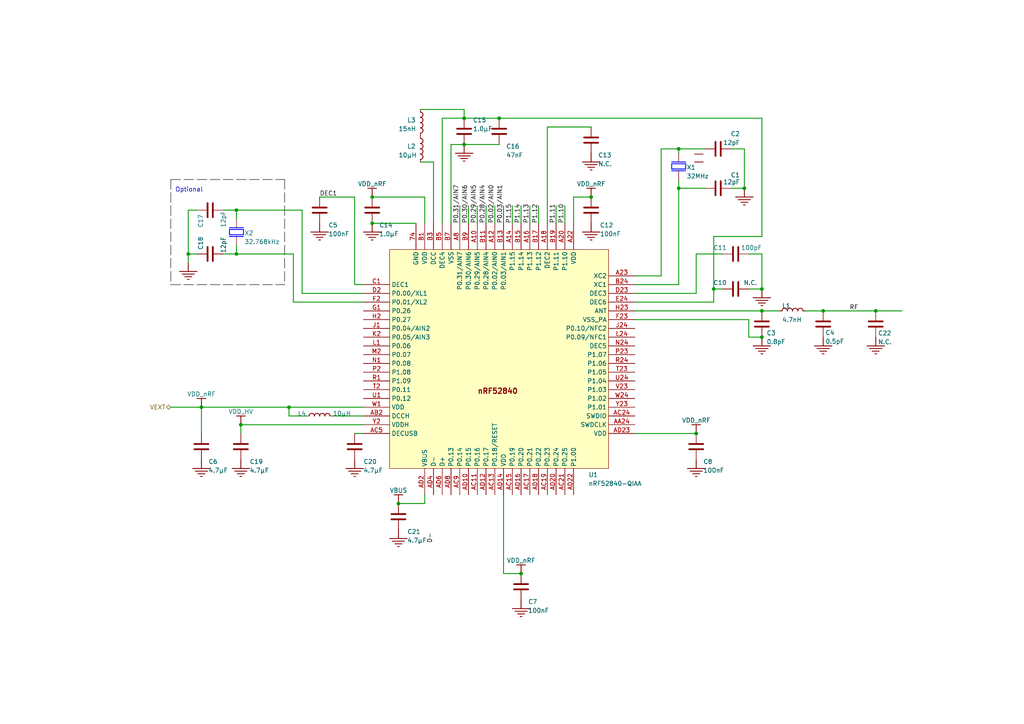
<source format=kicad_sch>
(kicad_sch (version 20230121) (generator eeschema)
  (paper "A4")
  (title_block (rev "1.3"))
  (lib_symbols
    (symbol "Device:C" (pin_numbers hide) (pin_names (offset 0.254))
      (property "Reference" "C" (at 0.635 2.54 0))
      (property "Value" "C" (at 0.635 -2.54 0))
      (symbol "C_0_1"
        (polyline (pts (xy -2.032 -0.762) (xy 2.032 -0.762)) (stroke (width 0.508)))
        (polyline (pts (xy -2.032 0.762) (xy 2.032 0.762)) (stroke (width 0.508)))
      )
      (symbol "C_1_1"
        (pin passive line (at 0 3.81 270) (length 2.794) (name "~") (number "1"))
        (pin passive line (at 0 -3.81 90) (length 2.794) (name "~") (number "2"))
      )
    )
    (symbol "nrf52840_qiaa_config4-altium-import:GND" (power)
      (property "Reference" "#PWR" (at 0 0 0))
      (property "Value" "GND" (at 0 6.35 0))
      (symbol "GND_0_0"
        (polyline (pts (xy -2.54 -2.54) (xy 2.54 -2.54)) (stroke (width 0.254)))
        (polyline (pts (xy -1.778 -3.302) (xy 1.778 -3.302)) (stroke (width 0.254)))
        (polyline (pts (xy -1.016 -4.064) (xy 1.016 -4.064)) (stroke (width 0.254)))
        (polyline (pts (xy -0.254 -4.826) (xy 0.254 -4.826)) (stroke (width 0.254)))
        (polyline (pts (xy 0 0) (xy 0 -2.54)) (stroke (width 0.254)))
        (pin power_in line (at 0 0 0) (length 0) hide (name "GND") (number ""))
      )
    )
    (symbol "nrf52840_qiaa_config4-altium-import:VBUS" (power)
      (property "Reference" "#PWR" (at 0 0 0))
      (property "Value" "VBUS" (at 0 3.81 0))
      (symbol "VBUS_0_0"
        (polyline (pts (xy -1.27 -2.54) (xy 1.27 -2.54)) (stroke (width 0.254)))
        (polyline (pts (xy 0 0) (xy 0 -2.54)) (stroke (width 0.254)))
        (pin power_in line (at 0 0 0) (length 0) hide (name "VBUS") (number ""))
      )
    )
    (symbol "nrf52840_qiaa_config4-altium-import:VDD_HV" (power)
      (property "Reference" "#PWR" (at 0 0 0))
      (property "Value" "VDD_HV" (at 0 3.81 0))
      (symbol "VDD_HV_0_0"
        (polyline (pts (xy -1.27 -2.54) (xy 1.27 -2.54)) (stroke (width 0.254)))
        (polyline (pts (xy 0 0) (xy 0 -2.54)) (stroke (width 0.254)))
        (pin power_in line (at 0 0 0) (length 0) hide (name "VDD_HV") (number ""))
      )
    )
    (symbol "nrf52840_qiaa_config4-altium-import:VDD_nRF" (power)
      (property "Reference" "#PWR" (at 0 0 0))
      (property "Value" "VDD_nRF" (at 0 3.81 0))
      (symbol "VDD_nRF_0_0"
        (polyline (pts (xy -1.27 -2.54) (xy 1.27 -2.54)) (stroke (width 0.254)))
        (polyline (pts (xy 0 0) (xy 0 -2.54)) (stroke (width 0.254)))
        (pin power_in line (at 0 0 0) (length 0) hide (name "VDD_nRF") (number ""))
      )
    )
    (symbol "nrf52840_qiaa_config4-altium-import:root_0_IND"
      (symbol "root_0_IND_1_0"
        (arc (start 2.286 0) (mid 1.524 0.7587) (end 0.762 0) (stroke (width 0.254)))
        (arc (start 3.81 0) (mid 3.048 0.7587) (end 2.286 0) (stroke (width 0.254)))
        (arc (start 5.334 0) (mid 4.572 0.7587) (end 3.81 0) (stroke (width 0.254)))
        (arc (start 6.858 0) (mid 6.096 0.7587) (end 5.334 0) (stroke (width 0.254)))
        (pin passive line (at 0 0 0) (length 0.762) (name "1") (number "1"))
        (pin passive line (at 7.62 0 180) (length 0.762) (name "2") (number "2"))
      )
    )
    (symbol "nrf52840_qiaa_config4-altium-import:root_0_nRF52840_QIAA"
      (symbol "root_0_nRF52840_QIAA_1_0"
        (rectangle (start 63.5 63.5) (end 0 0) (fill (type background)))
        (text "nRF52840" (at 25.4 21.59 0) (effects (font (size 1.524 1.524) bold) (justify left bottom)))
        (pin power_in line (at 7.62 71.12 270) (length 7.62) (name "GND") (number "74"))
        (pin bidirectional line (at 25.4 71.12 270) (length 7.62) (name "P0.29/AIN5") (number "A10"))
        (pin bidirectional line (at 30.48 71.12 270) (length 7.62) (name "P0.02/AIN0") (number "A12"))
        (pin bidirectional line (at 35.56 71.12 270) (length 7.62) (name "P1.15") (number "A14"))
        (pin bidirectional line (at 40.64 71.12 270) (length 7.62) (name "P1.13") (number "A16"))
        (pin power_in line (at 45.72 71.12 270) (length 7.62) (name "DEC2") (number "A18"))
        (pin bidirectional line (at 50.8 71.12 270) (length 7.62) (name "P1.10") (number "A20"))
        (pin power_in line (at 53.34 71.12 270) (length 7.62) (name "VDD") (number "A22"))
        (pin output line (at 71.12 55.88 180) (length 7.62) (name "XC2") (number "A23"))
        (pin bidirectional line (at 20.32 71.12 270) (length 7.62) (name "P0.31/AIN7") (number "A8"))
        (pin input line (at 71.12 12.7 180) (length 7.62) (name "SWDCLK") (number "AA24"))
        (pin power_in line (at -7.62 15.24 0) (length 7.62) (name "DCCH") (number "AB2"))
        (pin bidirectional line (at 25.4 -7.62 90) (length 7.62) (name "P0.16") (number "AC11"))
        (pin bidirectional line (at 30.48 -7.62 90) (length 7.62) (name "P0.18/RESET") (number "AC13"))
        (pin bidirectional line (at 35.56 -7.62 90) (length 7.62) (name "P0.19") (number "AC15"))
        (pin bidirectional line (at 40.64 -7.62 90) (length 7.62) (name "P0.21") (number "AC17"))
        (pin bidirectional line (at 45.72 -7.62 90) (length 7.62) (name "P0.23") (number "AC19"))
        (pin bidirectional line (at 50.8 -7.62 90) (length 7.62) (name "P0.25") (number "AC21"))
        (pin bidirectional line (at 71.12 15.24 180) (length 7.62) (name "SWDIO") (number "AC24"))
        (pin power_in line (at -7.62 10.16 0) (length 7.62) (name "DECUSB") (number "AC5"))
        (pin bidirectional line (at 20.32 -7.62 90) (length 7.62) (name "P0.14") (number "AC9"))
        (pin bidirectional line (at 22.86 -7.62 90) (length 7.62) (name "P0.15") (number "AD10"))
        (pin bidirectional line (at 27.94 -7.62 90) (length 7.62) (name "P0.17") (number "AD12"))
        (pin power_in line (at 33.02 -7.62 90) (length 7.62) (name "VDD") (number "AD14"))
        (pin bidirectional line (at 38.1 -7.62 90) (length 7.62) (name "P0.20") (number "AD16"))
        (pin bidirectional line (at 43.18 -7.62 90) (length 7.62) (name "P0.22") (number "AD18"))
        (pin power_in line (at 10.16 -7.62 90) (length 7.62) (name "VBUS") (number "AD2"))
        (pin bidirectional line (at 48.26 -7.62 90) (length 7.62) (name "P0.24") (number "AD20"))
        (pin bidirectional line (at 53.34 -7.62 90) (length 7.62) (name "P1.00") (number "AD22"))
        (pin power_in line (at 71.12 10.16 180) (length 7.62) (name "VDD") (number "AD23"))
        (pin bidirectional line (at 12.7 -7.62 90) (length 7.62) (name "D-") (number "AD4"))
        (pin bidirectional line (at 15.24 -7.62 90) (length 7.62) (name "D+") (number "AD6"))
        (pin bidirectional line (at 17.78 -7.62 90) (length 7.62) (name "P0.13") (number "AD8"))
        (pin power_in line (at 10.16 71.12 270) (length 7.62) (name "VDD") (number "B1"))
        (pin bidirectional line (at 27.94 71.12 270) (length 7.62) (name "P0.28/AIN4") (number "B11"))
        (pin bidirectional line (at 33.02 71.12 270) (length 7.62) (name "P0.03/AIN1") (number "B13"))
        (pin bidirectional line (at 38.1 71.12 270) (length 7.62) (name "P1.14") (number "B15"))
        (pin bidirectional line (at 43.18 71.12 270) (length 7.62) (name "P1.12") (number "B17"))
        (pin bidirectional line (at 48.26 71.12 270) (length 7.62) (name "P1.11") (number "B19"))
        (pin input line (at 71.12 53.34 180) (length 7.62) (name "XC1") (number "B24"))
        (pin output line (at 12.7 71.12 270) (length 7.62) (name "DCC") (number "B3"))
        (pin power_in line (at 15.24 71.12 270) (length 7.62) (name "DEC4") (number "B5"))
        (pin power_in line (at 17.78 71.12 270) (length 7.62) (name "VSS") (number "B7"))
        (pin bidirectional line (at 22.86 71.12 270) (length 7.62) (name "P0.30/AIN6") (number "B9"))
        (pin power_in line (at -7.62 53.34 0) (length 7.62) (name "DEC1") (number "C1"))
        (pin bidirectional line (at -7.62 50.8 0) (length 7.62) (name "P0.00/XL1") (number "D2"))
        (pin power_in line (at 71.12 50.8 180) (length 7.62) (name "DEC3") (number "D23"))
        (pin power_in line (at 71.12 48.26 180) (length 7.62) (name "DEC6") (number "E24"))
        (pin bidirectional line (at -7.62 48.26 0) (length 7.62) (name "P0.01/XL2") (number "F2"))
        (pin power_in line (at 71.12 43.18 180) (length 7.62) (name "VSS_PA") (number "F23"))
        (pin bidirectional line (at -7.62 45.72 0) (length 7.62) (name "P0.26") (number "G1"))
        (pin bidirectional line (at -7.62 43.18 0) (length 7.62) (name "P0.27") (number "H2"))
        (pin bidirectional line (at 71.12 45.72 180) (length 7.62) (name "ANT") (number "H23"))
        (pin bidirectional line (at -7.62 40.64 0) (length 7.62) (name "P0.04/AIN2") (number "J1"))
        (pin bidirectional line (at 71.12 40.64 180) (length 7.62) (name "P0.10/NFC2") (number "J24"))
        (pin bidirectional line (at -7.62 38.1 0) (length 7.62) (name "P0.05/AIN3") (number "K2"))
        (pin bidirectional line (at -7.62 35.56 0) (length 7.62) (name "P0.06") (number "L1"))
        (pin bidirectional line (at 71.12 38.1 180) (length 7.62) (name "P0.09/NFC1") (number "L24"))
        (pin bidirectional line (at -7.62 33.02 0) (length 7.62) (name "P0.07") (number "M2"))
        (pin bidirectional line (at -7.62 30.48 0) (length 7.62) (name "P0.08") (number "N1"))
        (pin power_in line (at 71.12 35.56 180) (length 7.62) (name "DEC5") (number "N24"))
        (pin bidirectional line (at -7.62 27.94 0) (length 7.62) (name "P1.08") (number "P2"))
        (pin bidirectional line (at 71.12 33.02 180) (length 7.62) (name "P1.07") (number "P23"))
        (pin bidirectional line (at -7.62 25.4 0) (length 7.62) (name "P1.09") (number "R1"))
        (pin bidirectional line (at 71.12 30.48 180) (length 7.62) (name "P1.06") (number "R24"))
        (pin bidirectional line (at -7.62 22.86 0) (length 7.62) (name "P0.11") (number "T2"))
        (pin bidirectional line (at 71.12 27.94 180) (length 7.62) (name "P1.05") (number "T23"))
        (pin bidirectional line (at -7.62 20.32 0) (length 7.62) (name "P0.12") (number "U1"))
        (pin bidirectional line (at 71.12 25.4 180) (length 7.62) (name "P1.04") (number "U24"))
        (pin bidirectional line (at 71.12 22.86 180) (length 7.62) (name "P1.03") (number "V23"))
        (pin power_in line (at -7.62 17.78 0) (length 7.62) (name "VDD") (number "W1"))
        (pin bidirectional line (at 71.12 20.32 180) (length 7.62) (name "P1.02") (number "W24"))
        (pin power_in line (at -7.62 12.7 0) (length 7.62) (name "VDDH") (number "Y2"))
        (pin bidirectional line (at 71.12 17.78 180) (length 7.62) (name "P1.01") (number "Y23"))
      )
    )
    (symbol "nrf52840_qiaa_config4-altium-import:root_1_XTAL_4-pin_grounded"
      (symbol "root_1_XTAL_4-pin_grounded_1_0"
        (polyline (pts (xy -2.032 2.54) (xy 2.032 2.54)) (stroke (width 0.254) (color 0 0 255 1)))
        (polyline (pts (xy -2.032 5.08) (xy 2.032 5.08)) (stroke (width 0.254) (color 0 0 255 1)))
        (polyline (pts (xy 2.032 4.572) (xy -2.032 4.572) (xy -2.032 3.048) (xy 2.032 3.048) (xy 2.032 4.572)) (stroke (width 0.254) (color 0 0 255 1)))
        (pin passive line (at 0 0 90) (length 2.54) (name "inp") (number "1"))
        (pin passive line (at 7.112 5.08 180) (length 2.54) (name "GND") (number "2"))
        (pin passive line (at 0 7.62 270) (length 2.54) (name "out") (number "3"))
        (pin passive line (at 7.112 7.366 180) (length 2.54) (name "GND") (number "4"))
      )
    )
    (symbol "nrf52840_qiaa_config4-altium-import:root_3_IND"
      (symbol "root_3_IND_1_0"
        (arc (start 0 -6.858) (mid 0.7587 -6.096) (end 0 -5.334) (stroke (width 0.254)))
        (arc (start 0 -5.334) (mid 0.7587 -4.572) (end 0 -3.81) (stroke (width 0.254)))
        (arc (start 0 -3.81) (mid 0.7587 -3.048) (end 0 -2.286) (stroke (width 0.254)))
        (arc (start 0 -2.286) (mid 0.7587 -1.524) (end 0 -0.762) (stroke (width 0.254)))
        (pin passive line (at 0 0 270) (length 0.762) (name "1") (number "1"))
        (pin passive line (at 0 -7.62 90) (length 0.762) (name "2") (number "2"))
      )
    )
    (symbol "nrf52840_qiaa_config4-altium-import:root_3_XTAL_2-pin"
      (symbol "root_3_XTAL_2-pin_1_0"
        (polyline (pts (xy 2.032 -5.08) (xy -2.032 -5.08)) (stroke (width 0.254) (color 0 0 255 1)))
        (polyline (pts (xy 2.032 -2.54) (xy -2.032 -2.54)) (stroke (width 0.254) (color 0 0 255 1)))
        (polyline (pts (xy -2.032 -4.572) (xy 2.032 -4.572) (xy 2.032 -3.048) (xy -2.032 -3.048) (xy -2.032 -4.572)) (stroke (width 0.254) (color 0 0 255 1)))
        (pin passive line (at 0 0 270) (length 2.54) (name "inp") (number "1"))
        (pin passive line (at 0 -7.62 90) (length 2.54) (name "out") (number "2"))
      )
    )
  )
  (junction (at 207.01 83.82))
  (junction (at 134.62 41.91))
  (junction (at 54.61 73.66))
  (junction (at 134.62 34.29))
  (junction (at 115.57 146.05))
  (junction (at 171.45 57.15))
  (junction (at 68.58 73.66))
  (junction (at 107.95 64.77))
  (junction (at 196.85 54.61))
  (junction (at 254 90.17))
  (junction (at 220.98 97.79))
  (junction (at 220.98 90.17))
  (junction (at 69.85 123.19))
  (junction (at 196.85 43.18))
  (junction (at 68.58 60.96))
  (junction (at 144.78 34.29))
  (junction (at 58.42 118.11))
  (junction (at 201.93 125.73))
  (junction (at 83.82 118.11))
  (junction (at 151.13 166.37))
  (junction (at 238.76 90.17))
  (junction (at 220.98 83.82))
  (junction (at 215.9 54.61))
  (junction (at 107.95 57.15))
  (wire (pts (xy 102.87 125.73) (xy 105.41 125.73)) (stroke (width 0.254)))
  (wire (pts (xy 134.62 41.91) (xy 144.78 41.91)) (stroke (width 0.254)))
  (wire (pts (xy 68.58 63.5) (xy 68.58 60.96)) (stroke (width 0.254)))
  (wire (pts (xy 69.85 125.73) (xy 69.85 123.19)) (stroke (width 0.254)))
  (wire (pts (xy 58.42 118.11) (xy 49.53 118.11)) (stroke (width 0.254)))
  (wire (pts (xy 128.27 34.29) (xy 134.62 34.29)) (stroke (width 0.254)))
  (wire (pts (xy 166.37 57.15) (xy 171.45 57.15)) (stroke (width 0.254)))
  (wire (pts (xy 196.85 52.07) (xy 196.85 54.61)) (stroke (width 0.254)))
  (wire (pts (xy 220.98 83.82) (xy 220.98 73.66)) (stroke (width 0.254)))
  (wire (pts (xy 68.58 73.66) (xy 68.58 71.12)) (stroke (width 0.254)))
  (wire (pts (xy 151.13 166.37) (xy 146.05 166.37)) (stroke (width 0.254)))
  (wire (pts (xy 54.61 76.2) (xy 54.61 73.66)) (stroke (width 0.254)))
  (wire (pts (xy 233.68 90.17) (xy 238.76 90.17)) (stroke (width 0.254)))
  (wire (pts (xy 115.57 146.05) (xy 123.19 146.05)) (stroke (width 0.254)))
  (wire (pts (xy 135.89 64.77) (xy 135.89 59.69)) (stroke (width 0.254)))
  (wire (pts (xy 143.51 64.77) (xy 143.51 59.69)) (stroke (width 0.254)))
  (wire (pts (xy 207.01 87.63) (xy 184.15 87.63)) (stroke (width 0.254)))
  (wire (pts (xy 153.67 64.77) (xy 153.67 59.69)) (stroke (width 0.254)))
  (wire (pts (xy 92.71 57.15) (xy 102.87 57.15)) (stroke (width 0.254)))
  (wire (pts (xy 220.98 34.29) (xy 220.98 68.58)) (stroke (width 0.254)))
  (wire (pts (xy 69.85 123.19) (xy 105.41 123.19)) (stroke (width 0.254)))
  (wire (pts (xy 217.17 83.82) (xy 220.98 83.82)) (stroke (width 0.254)))
  (polyline (pts (xy 49.53 82.55) (xy 82.55 82.55)) (stroke (width 0.254) (type dash) (color 112 112 112 1)))
  (wire (pts (xy 58.42 118.11) (xy 58.42 125.73)) (stroke (width 0.254)))
  (wire (pts (xy 68.58 73.66) (xy 85.09 73.66)) (stroke (width 0.254)))
  (wire (pts (xy 207.01 68.58) (xy 207.01 83.82)) (stroke (width 0.254)))
  (wire (pts (xy 191.77 43.18) (xy 196.85 43.18)) (stroke (width 0.254)))
  (wire (pts (xy 134.62 34.29) (xy 134.62 31.75)) (stroke (width 0.254)))
  (wire (pts (xy 184.15 80.01) (xy 191.77 80.01)) (stroke (width 0.254)))
  (polyline (pts (xy 82.55 52.07) (xy 82.55 82.55)) (stroke (width 0.254) (type dash) (color 112 112 112 1)))
  (wire (pts (xy 102.87 82.55) (xy 105.41 82.55)) (stroke (width 0.254)))
  (wire (pts (xy 85.09 87.63) (xy 105.41 87.63)) (stroke (width 0.254)))
  (wire (pts (xy 212.09 54.61) (xy 215.9 54.61)) (stroke (width 0.254)))
  (wire (pts (xy 123.19 57.15) (xy 123.19 64.77)) (stroke (width 0.254)))
  (wire (pts (xy 102.87 57.15) (xy 102.87 82.55)) (stroke (width 0.254)))
  (wire (pts (xy 196.85 82.55) (xy 184.15 82.55)) (stroke (width 0.254)))
  (wire (pts (xy 215.9 54.61) (xy 215.9 43.18)) (stroke (width 0.254)))
  (wire (pts (xy 105.41 118.11) (xy 83.82 118.11)) (stroke (width 0.254)))
  (wire (pts (xy 54.61 60.96) (xy 57.15 60.96)) (stroke (width 0.254)))
  (wire (pts (xy 133.35 64.77) (xy 133.35 59.69)) (stroke (width 0.254)))
  (wire (pts (xy 184.15 85.09) (xy 201.93 85.09)) (stroke (width 0.254)))
  (wire (pts (xy 64.77 73.66) (xy 68.58 73.66)) (stroke (width 0.254)))
  (polyline (pts (xy 49.53 52.07) (xy 82.55 52.07)) (stroke (width 0.254) (type dash) (color 112 112 112 1)))
  (wire (pts (xy 217.17 97.79) (xy 220.98 97.79)) (stroke (width 0.254)))
  (wire (pts (xy 220.98 68.58) (xy 207.01 68.58)) (stroke (width 0.254)))
  (wire (pts (xy 184.15 125.73) (xy 201.93 125.73)) (stroke (width 0.254)))
  (wire (pts (xy 85.09 73.66) (xy 85.09 87.63)) (stroke (width 0.254)))
  (wire (pts (xy 207.01 83.82) (xy 207.01 87.63)) (stroke (width 0.254)))
  (wire (pts (xy 87.63 60.96) (xy 68.58 60.96)) (stroke (width 0.254)))
  (wire (pts (xy 158.75 64.77) (xy 158.75 36.83)) (stroke (width 0.254)))
  (wire (pts (xy 125.73 64.77) (xy 125.73 46.99)) (stroke (width 0.254)))
  (wire (pts (xy 146.05 166.37) (xy 146.05 143.51)) (stroke (width 0.254)))
  (wire (pts (xy 120.65 64.77) (xy 107.95 64.77)) (stroke (width 0.254)))
  (wire (pts (xy 196.85 54.61) (xy 196.85 82.55)) (stroke (width 0.254)))
  (wire (pts (xy 54.61 73.66) (xy 54.61 60.96)) (stroke (width 0.254)))
  (wire (pts (xy 196.85 43.18) (xy 204.47 43.18)) (stroke (width 0.254)))
  (wire (pts (xy 64.77 60.96) (xy 68.58 60.96)))
  (polyline (pts (xy 49.53 52.07) (xy 49.53 82.55)) (stroke (width 0.254) (type dash) (color 112 112 112 1)))
  (wire (pts (xy 125.73 46.99) (xy 121.92 46.99)) (stroke (width 0.254)))
  (wire (pts (xy 215.9 43.18) (xy 212.09 43.18)) (stroke (width 0.254)))
  (wire (pts (xy 105.41 85.09) (xy 87.63 85.09)) (stroke (width 0.254)))
  (wire (pts (xy 238.76 90.17) (xy 254 90.17)) (stroke (width 0.254)))
  (wire (pts (xy 151.13 64.77) (xy 151.13 59.69)) (stroke (width 0.254)))
  (wire (pts (xy 204.47 54.61) (xy 196.85 54.61)) (stroke (width 0.254)))
  (wire (pts (xy 107.95 57.15) (xy 123.19 57.15)) (stroke (width 0.254)))
  (wire (pts (xy 123.19 146.05) (xy 123.19 143.51)) (stroke (width 0.254)))
  (wire (pts (xy 158.75 36.83) (xy 171.45 36.83)) (stroke (width 0.254)))
  (wire (pts (xy 83.82 118.11) (xy 58.42 118.11)) (stroke (width 0.254)))
  (wire (pts (xy 96.52 120.65) (xy 105.41 120.65)) (stroke (width 0.254)))
  (wire (pts (xy 156.21 64.77) (xy 156.21 59.69)) (stroke (width 0.254)))
  (wire (pts (xy 184.15 90.17) (xy 220.98 90.17)) (stroke (width 0.254)))
  (wire (pts (xy 87.63 85.09) (xy 87.63 60.96)) (stroke (width 0.254)))
  (wire (pts (xy 217.17 92.71) (xy 217.17 97.79)) (stroke (width 0.254)))
  (wire (pts (xy 191.77 80.01) (xy 191.77 43.18)) (stroke (width 0.254)))
  (wire (pts (xy 140.97 64.77) (xy 140.97 59.69)) (stroke (width 0.254)))
  (wire (pts (xy 54.61 73.66) (xy 57.15 73.66)) (stroke (width 0.254)))
  (wire (pts (xy 144.78 34.29) (xy 220.98 34.29)) (stroke (width 0.254)))
  (wire (pts (xy 161.29 64.77) (xy 161.29 59.69)) (stroke (width 0.254)))
  (wire (pts (xy 201.93 85.09) (xy 201.93 73.66)) (stroke (width 0.254)))
  (wire (pts (xy 220.98 90.17) (xy 226.06 90.17)) (stroke (width 0.254)))
  (wire (pts (xy 148.59 64.77) (xy 148.59 59.69)) (stroke (width 0.254)))
  (wire (pts (xy 184.15 92.71) (xy 217.17 92.71)) (stroke (width 0.254)))
  (wire (pts (xy 166.37 64.77) (xy 166.37 57.15)) (stroke (width 0.254)))
  (wire (pts (xy 220.98 73.66) (xy 217.17 73.66)) (stroke (width 0.254)))
  (wire (pts (xy 134.62 34.29) (xy 144.78 34.29)) (stroke (width 0.254)))
  (wire (pts (xy 138.43 64.77) (xy 138.43 59.69)) (stroke (width 0.254)))
  (wire (pts (xy 254 90.17) (xy 261.62 90.17)) (stroke (width 0.254)))
  (wire (pts (xy 83.82 120.65) (xy 83.82 118.11)) (stroke (width 0.254)))
  (wire (pts (xy 146.05 59.69) (xy 146.05 64.77)) (stroke (width 0.254)))
  (wire (pts (xy 130.81 64.77) (xy 130.81 41.91)) (stroke (width 0.254)))
  (wire (pts (xy 88.9 120.65) (xy 83.82 120.65)) (stroke (width 0.254)))
  (wire (pts (xy 130.81 41.91) (xy 134.62 41.91)) (stroke (width 0.254)))
  (wire (pts (xy 128.27 64.77) (xy 128.27 34.29)) (stroke (width 0.254)))
  (wire (pts (xy 196.85 43.18) (xy 196.85 44.45)) (stroke (width 0.254)))
  (wire (pts (xy 134.62 31.75) (xy 121.92 31.75)) (stroke (width 0.254)))
  (wire (pts (xy 201.93 73.66) (xy 209.55 73.66)) (stroke (width 0.254)))
  (wire (pts (xy 209.55 83.82) (xy 207.01 83.82)) (stroke (width 0.254)))
  (wire (pts (xy 68.58 60.96) (xy 64.77 60.96)) (stroke (width 0.254)))
  (wire (pts (xy 163.83 64.77) (xy 163.83 59.69)) (stroke (width 0.254)))
  (image (at 144.78 102.144) (scale 0.37128))
  (text "Optional" (at 50.8 55.88 0) (effects (font (size 1.27 1.27)) (justify left bottom)))
  (label "P1.13" (at 153.67 64.77 90))
  (label "P1.10" (at 163.83 64.77 90))
  (label "P1.12" (at 156.21 64.77 90))
  (label "P0.02/AIN0" (at 143.51 64.77 90))
  (label "P0.31/AIN7" (at 133.35 64.77 90))
  (label "DEC1" (at 92.71 57.15 0))
  (label "P0.30/AIN6" (at 135.89 64.77 90))
  (label "P1.15" (at 148.59 64.77 90))
  (label "P0.03/AIN1" (at 146.05 64.77 90))
  (label "P0.29/AIN5" (at 138.43 64.77 90))
  (label "D-" (at 125.73 157.48 90))
  (label "RF" (at 246.38 90.17 0))
  (label "P1.11" (at 161.29 64.77 90))
  (label "P0.28/AIN4" (at 140.97 64.77 90))
  (label "P1.14" (at 151.13 64.77 90))
  (hierarchical_label "VEXT" (shape bidirectional) (at 49.53 118.11 180))
  (symbol (lib_id "nrf52840_qiaa_config4-altium-import:root_3_IND") (at 121.92 39.37 0) (unit 1)
    (property "Reference" "L2" (at 118.11 43.18 0) (effects (justify left bottom)))
    (property "Value" "10µH" (at 115.57 45.72 0) (effects (justify left bottom)))
    (property "Footprint" "Inductor_SMD:L_0603_1608Metric" (effects hide))
    (property "PART NUMBER" "L0603-10µ" (effects hide))
    (property "LATESTREVISIONDATE" "2012-09-19" (effects hide))
    (property "PAD COUNT" "2" (effects hide))
    (property "PUBLISHED" "2010-02-24" (effects hide))
    (property "ALTIUM_VALUE" "10µH" (effects hide))
    (property "FOOTPRINT DOC" "0603" (effects hide))
  )
  (symbol (lib_id "nrf52840_qiaa_config4-altium-import:root_1_XTAL_4-pin_grounded") (at 196.85 52.07 0) (unit 1)
    (property "Reference" "X1" (at 199.136 49.276 0) (effects (justify left bottom)))
    (property "Value" "32MHz" (at 199.136 51.816 0) (effects (justify left bottom)))
    (property "Footprint" "BT-XTAL_2016" (effects hide))
    (property "PART NUMBER" "XTAL_SMD2016_32MHz_8pF_General" (effects hide))
    (property "LATESTREVISIONDATE" "2016-08-19" (effects hide))
    (property "PAD COUNT" "4" (effects hide))
    (property "PUBLISHED" "2016-08-19" (effects hide))
    (property "ALTIUM_VALUE" "32MHz" (effects hide))
    (property "FOOTPRINT DOC" "XTAL_2016" (effects hide))
  )
  (symbol (lib_id "nrf52840_qiaa_config4-altium-import:GND") (at 151.13 173.99 0) (unit 1)
    (property "Reference" "#PWR0125" (effects hide))
    (property "Value" "GND" (effects hide))
  )
  (symbol (lib_id "nrf52840_qiaa_config4-altium-import:VDD_nRF") (at 58.42 118.11 180) (unit 1)
    (property "Reference" "#PWR0101" (effects hide))
    (property "Value" "VDD_nRF" (at 58.42 114.3 0))
  )
  (symbol (lib_id "Device:C") (at 220.98 93.98 0) (unit 1)
    (property "Reference" "C3" (at 222.3265 97.318 0) (effects (justify left bottom)))
    (property "Value" "0.8pF" (at 222.3265 99.858 0) (effects (justify left bottom)))
    (property "Footprint" "Capacitor_SMD:C_0402_1005Metric" (effects hide))
    (property "PART NUMBER" "C0402-0.8p" (effects hide))
    (property "LATESTREVISIONDATE" "2012-11-21" (effects hide))
    (property "PAD COUNT" "2" (effects hide))
    (property "PUBLISHED" "2009-05-08" (effects hide))
    (property "ALTIUM_VALUE" "0.8pF" (effects hide))
    (property "FOOTPRINT DOC" "0402" (effects hide))
  )
  (symbol (lib_id "Device:C") (at 102.87 129.54 0) (unit 1)
    (property "Reference" "C20" (at 105.41 134.62 0) (effects (justify left bottom)))
    (property "Value" "4.7µF" (at 105.41 137.16 0) (effects (justify left bottom)))
    (property "Footprint" "Capacitor_SMD:C_0603_1608Metric" (effects hide))
    (property "PART NUMBER" "C0603-4µ7-6.3V-X7R" (effects hide))
    (property "LATESTREVISIONDATE" "2015-06-10" (effects hide))
    (property "PAD COUNT" "2" (effects hide))
    (property "PUBLISHED" "2015-06-10" (effects hide))
    (property "ALTIUM_VALUE" "4.7µF" (effects hide))
    (property "FOOTPRINT DOC" "0603" (effects hide))
  )
  (symbol (lib_id "nrf52840_qiaa_config4-altium-import:GND") (at 171.45 44.45 0) (unit 1)
    (property "Reference" "#PWR0116" (effects hide))
    (property "Value" "GND" (effects hide))
  )
  (symbol (lib_id "Device:C") (at 171.45 60.96 0) (unit 1)
    (property "Reference" "C12" (at 173.99 66.04 0) (effects (justify left bottom)))
    (property "Value" "100nF" (at 173.99 68.58 0) (effects (justify left bottom)))
    (property "Footprint" "Capacitor_SMD:C_0402_1005Metric" (effects hide))
    (property "PART NUMBER" "C0402-100n" (effects hide))
    (property "LATESTREVISIONDATE" "2009-11-23" (effects hide))
    (property "PAD COUNT" "2" (effects hide))
    (property "PUBLISHED" "2009-05-08" (effects hide))
    (property "ALTIUM_VALUE" "100nF" (effects hide))
    (property "FOOTPRINT DOC" "0402" (effects hide))
  )
  (symbol (lib_id "Device:C") (at 171.45 40.64 0) (unit 1)
    (property "Reference" "C13" (at 173.482 45.72 0) (effects (justify left bottom)))
    (property "Value" "N.C." (at 173.482 48.26 0) (effects (justify left bottom)))
    (property "Footprint" "Capacitor_SMD:C_0402_1005Metric" (effects hide))
    (property "PART NUMBER" "C0402-N.C." (effects hide))
    (property "LATESTREVISIONDATE" "2009-05-08" (effects hide))
    (property "PAD COUNT" "2" (effects hide))
    (property "PUBLISHED" "2009-05-08" (effects hide))
    (property "ALTIUM_VALUE" "N.C." (effects hide))
    (property "FOOTPRINT DOC" "0402" (effects hide))
    (property "ASSEMBLY" "Not mounted" (effects hide))
  )
  (symbol (lib_id "Device:C") (at 208.28 43.18 90) (unit 1)
    (property "Reference" "C2" (at 214.63 38.1 90) (effects (justify left bottom)))
    (property "Value" "12pF" (at 214.63 40.64 90) (effects (justify left bottom)))
    (property "Footprint" "Capacitor_SMD:C_0402_1005Metric" (effects hide))
    (property "PART NUMBER" "C0402-12p" (effects hide))
    (property "LATESTREVISIONDATE" "2011-05-11" (effects hide))
    (property "PAD COUNT" "2" (effects hide))
    (property "PUBLISHED" "2009-05-08" (effects hide))
    (property "ALTIUM_VALUE" "12pF" (effects hide))
    (property "FOOTPRINT DOC" "0402" (effects hide))
  )
  (symbol (lib_id "Device:C") (at 208.28 54.61 90) (unit 1)
    (property "Reference" "C1" (at 214.63 50.038 90) (effects (justify left bottom)))
    (property "Value" "12pF" (at 214.63 52.07 90) (effects (justify left bottom)))
    (property "Footprint" "Capacitor_SMD:C_0402_1005Metric" (effects hide))
    (property "PART NUMBER" "C0402-12p" (effects hide))
    (property "LATESTREVISIONDATE" "2011-05-11" (effects hide))
    (property "PAD COUNT" "2" (effects hide))
    (property "PUBLISHED" "2009-05-08" (effects hide))
    (property "ALTIUM_VALUE" "12pF" (effects hide))
    (property "FOOTPRINT DOC" "0402" (effects hide))
  )
  (symbol (lib_id "nrf52840_qiaa_config4-altium-import:VBUS") (at 115.57 146.05 180) (unit 1)
    (property "Reference" "#PWR0104" (effects hide))
    (property "Value" "VBUS" (at 115.57 142.24 0))
  )
  (symbol (lib_id "nrf52840_qiaa_config4-altium-import:GND") (at 115.57 153.67 0) (unit 1)
    (property "Reference" "#PWR0112" (effects hide))
    (property "Value" "GND" (effects hide))
  )
  (symbol (lib_id "nrf52840_qiaa_config4-altium-import:GND") (at 58.42 133.35 0) (unit 1)
    (property "Reference" "#PWR0106" (effects hide))
    (property "Value" "GND" (effects hide))
  )
  (symbol (lib_id "nrf52840_qiaa_config4-altium-import:GND") (at 201.93 133.35 0) (unit 1)
    (property "Reference" "#PWR0122" (effects hide))
    (property "Value" "GND" (effects hide))
  )
  (symbol (lib_id "Device:C") (at 254 93.98 0) (unit 1)
    (property "Reference" "C22" (at 254.6673 97.3666 0) (effects (justify left bottom)))
    (property "Value" "N.C." (at 254.6673 99.9066 0) (effects (justify left bottom)))
    (property "Footprint" "Capacitor_SMD:C_0402_1005Metric" (effects hide))
    (property "PART NUMBER" "C0402-N.C." (effects hide))
    (property "LATESTREVISIONDATE" "2009-05-08" (effects hide))
    (property "PAD COUNT" "2" (effects hide))
    (property "PUBLISHED" "2009-05-08" (effects hide))
    (property "ALTIUM_VALUE" "N.C." (effects hide))
    (property "FOOTPRINT DOC" "0402" (effects hide))
    (property "ASSEMBLY" "Not mounted" (effects hide))
  )
  (symbol (lib_id "nrf52840_qiaa_config4-altium-import:root_0_IND") (at 88.9 120.65 0) (unit 1)
    (property "Reference" "L4" (at 86.36 120.65 0) (effects (justify left bottom)))
    (property "Value" "10µH" (at 96.52 120.65 0) (effects (justify left bottom)))
    (property "Footprint" "Inductor_SMD:L_0603_1608Metric" (effects hide))
    (property "PART NUMBER" "L0603-10µ" (effects hide))
    (property "LATESTREVISIONDATE" "2012-09-19" (effects hide))
    (property "PAD COUNT" "2" (effects hide))
    (property "PUBLISHED" "2010-02-24" (effects hide))
    (property "ALTIUM_VALUE" "10µH" (effects hide))
    (property "FOOTPRINT DOC" "0603" (effects hide))
  )
  (symbol (lib_id "Device:C") (at 92.71 60.96 0) (unit 1)
    (property "Reference" "C5" (at 95.25 66.04 0) (effects (justify left bottom)))
    (property "Value" "100nF" (at 95.25 68.58 0) (effects (justify left bottom)))
    (property "Footprint" "Capacitor_SMD:C_0402_1005Metric" (effects hide))
    (property "PART NUMBER" "C0402-100n" (effects hide))
    (property "LATESTREVISIONDATE" "2009-11-23" (effects hide))
    (property "PAD COUNT" "2" (effects hide))
    (property "PUBLISHED" "2009-05-08" (effects hide))
    (property "ALTIUM_VALUE" "100nF" (effects hide))
    (property "FOOTPRINT DOC" "0402" (effects hide))
  )
  (symbol (lib_id "Device:C") (at 69.85 129.54 0) (unit 1)
    (property "Reference" "C19" (at 72.39 134.62 0) (effects (justify left bottom)))
    (property "Value" "4.7µF" (at 72.39 137.16 0) (effects (justify left bottom)))
    (property "Footprint" "Capacitor_SMD:C_0603_1608Metric" (effects hide))
    (property "PART NUMBER" "C0603-4µ7-10V-X7S" (effects hide))
    (property "LATESTREVISIONDATE" "2016-08-15" (effects hide))
    (property "PAD COUNT" "2" (effects hide))
    (property "PUBLISHED" "2016-08-15" (effects hide))
    (property "ALTIUM_VALUE" "4.7µF" (effects hide))
    (property "FOOTPRINT DOC" "0603" (effects hide))
  )
  (symbol (lib_id "nrf52840_qiaa_config4-altium-import:VDD_nRF") (at 201.93 125.73 180) (unit 1)
    (property "Reference" "#PWR0121" (effects hide))
    (property "Value" "VDD_nRF" (at 201.93 121.92 0))
  )
  (symbol (lib_id "nrf52840_qiaa_config4-altium-import:GND") (at 220.98 83.82 0) (unit 1)
    (property "Reference" "#PWR0117" (effects hide))
    (property "Value" "GND" (effects hide))
  )
  (symbol (lib_id "nrf52840_qiaa_config4-altium-import:GND") (at 220.98 97.79 0) (unit 1)
    (property "Reference" "#PWR0118" (effects hide))
    (property "Value" "GND" (effects hide))
  )
  (symbol (lib_id "nrf52840_qiaa_config4-altium-import:root_3_XTAL_2-pin") (at 68.58 63.5 0) (unit 1)
    (property "Reference" "X2" (at 70.866 68.326 0) (effects (justify left bottom)))
    (property "Value" "32.768kHz" (at 70.866 70.866 0) (effects (justify left bottom)))
    (property "Footprint" "XTAL_3215" (effects hide))
    (property "PART NUMBER" "XTAL_SMD3215_32.768kHz_9pF_General" (effects hide))
    (property "LATESTREVISIONDATE" "2016-08-19" (effects hide))
    (property "PAD COUNT" "2" (effects hide))
    (property "PUBLISHED" "2016-08-19" (effects hide))
    (property "ALTIUM_VALUE" "32.768kHz" (effects hide))
    (property "FOOTPRINT DOC" "XTAL_3215" (effects hide))
  )
  (symbol (lib_id "nrf52840_qiaa_config4-altium-import:VDD_nRF") (at 171.45 57.15 180) (unit 1)
    (property "Reference" "#PWR0115" (effects hide))
    (property "Value" "VDD_nRF" (at 171.45 53.34 0))
  )
  (symbol (lib_id "nrf52840_qiaa_config4-altium-import:GND") (at 134.62 41.91 0) (unit 1)
    (property "Reference" "#PWR0114" (effects hide))
    (property "Value" "GND" (effects hide))
  )
  (symbol (lib_id "Device:C") (at 107.95 60.96 0) (unit 1)
    (property "Reference" "C14" (at 109.982 66.04 0) (effects (justify left bottom)))
    (property "Value" "1.0µF" (at 109.982 68.58 0) (effects (justify left bottom)))
    (property "Footprint" "Capacitor_SMD:C_0603_1608Metric" (effects hide))
    (property "PART NUMBER" "C0603-1µ0" (effects hide))
    (property "LATESTREVISIONDATE" "2013-06-05" (effects hide))
    (property "PAD COUNT" "2" (effects hide))
    (property "PUBLISHED" "2009-05-08" (effects hide))
    (property "ALTIUM_VALUE" "1.0µF" (effects hide))
    (property "FOOTPRINT DOC" "0603" (effects hide))
  )
  (symbol (lib_id "nrf52840_qiaa_config4-altium-import:root_0_nRF52840_QIAA") (at 113.03 135.89 0) (unit 1)
    (property "Reference" "U1" (at 170.688 138.43 0) (effects (justify left bottom)))
    (property "Value" "nRF52840-QIAA" (at 170.688 140.97 0) (effects (justify left bottom)))
    (property "Footprint" "AQFN50P700X700X85_HS-74N" (effects hide))
    (property "PART NUMBER" "nRF52840-QIAA" (effects hide))
    (property "LATESTREVISIONDATE" "2017-08-21" (effects hide))
    (property "PUBLISHED" "2017-08-21" (effects hide))
    (property "ALTIUM_VALUE" "nRF52840-QIAA" (effects hide))
    (property "FOOTPRINT DOC" "AQFN-73" (effects hide))
    (property "PAD COUNT" "73" (effects hide))
  )
  (symbol (lib_id "Device:C") (at 60.96 60.96 90) (unit 1)
    (property "Reference" "C17" (at 58.928 66.04 0) (effects (justify left bottom)))
    (property "Value" "12pF" (at 65.532 66.04 0) (effects (justify left bottom)))
    (property "Footprint" "Capacitor_SMD:C_0402_1005Metric" (effects hide))
    (property "PART NUMBER" "C0402-12p" (effects hide))
    (property "LATESTREVISIONDATE" "2011-05-11" (effects hide))
    (property "PAD COUNT" "2" (effects hide))
    (property "PUBLISHED" "2009-05-08" (effects hide))
    (property "ALTIUM_VALUE" "12pF" (effects hide))
    (property "FOOTPRINT DOC" "0402" (effects hide))
  )
  (symbol (lib_id "Device:C") (at 144.78 38.1 0) (unit 1)
    (property "Reference" "C16" (at 146.812 43.18 0) (effects (justify left bottom)))
    (property "Value" "47nF" (at 146.812 45.72 0) (effects (justify left bottom)))
    (property "Footprint" "Capacitor_SMD:C_0402_1005Metric" (effects hide))
    (property "PART NUMBER" "C0402-47n" (effects hide))
    (property "LATESTREVISIONDATE" "2009-05-08" (effects hide))
    (property "PAD COUNT" "2" (effects hide))
    (property "PUBLISHED" "2009-05-08" (effects hide))
    (property "ALTIUM_VALUE" "47nF" (effects hide))
    (property "FOOTPRINT DOC" "0402" (effects hide))
  )
  (symbol (lib_id "nrf52840_qiaa_config4-altium-import:VDD_nRF") (at 107.95 57.15 180) (unit 1)
    (property "Reference" "#PWR0109" (effects hide))
    (property "Value" "VDD_nRF" (at 107.95 53.34 0))
  )
  (symbol (lib_id "Device:C") (at 238.76 93.98 0) (unit 1)
    (property "Reference" "C4" (at 239.3842 97.2159 0) (effects (justify left bottom)))
    (property "Value" "0.5pF" (at 239.3842 99.7559 0) (effects (justify left bottom)))
    (property "Footprint" "Capacitor_SMD:C_0402_1005Metric" (effects hide))
    (property "PART NUMBER" "C0402-0.5p" (effects hide))
    (property "LATESTREVISIONDATE" "2017-02-23" (effects hide))
    (property "PAD COUNT" "2" (effects hide))
    (property "PUBLISHED" "2009-05-08" (effects hide))
    (property "ALTIUM_VALUE" "0.5pF" (effects hide))
    (property "FOOTPRINT DOC" "0402" (effects hide))
  )
  (symbol (lib_id "nrf52840_qiaa_config4-altium-import:GND") (at 215.9 54.61 0) (unit 1)
    (property "Reference" "#PWR0124" (effects hide))
    (property "Value" "GND" (effects hide))
  )
  (symbol (lib_id "Device:C") (at 60.96 73.66 90) (mirror x) (unit 1)
    (property "Reference" "C18" (at 58.928 68.58 0) (effects (justify left bottom)))
    (property "Value" "12pF" (at 65.532 68.58 0) (effects (justify left bottom)))
    (property "Footprint" "Capacitor_SMD:C_0402_1005Metric" (effects hide))
    (property "PART NUMBER" "C0402-12p" (effects hide))
    (property "LATESTREVISIONDATE" "2011-05-11" (effects hide))
    (property "PAD COUNT" "2" (effects hide))
    (property "PUBLISHED" "2009-05-08" (effects hide))
    (property "ALTIUM_VALUE" "12pF" (effects hide))
    (property "FOOTPRINT DOC" "0402" (effects hide))
  )
  (symbol (lib_id "Device:C") (at 115.57 149.86 0) (unit 1)
    (property "Reference" "C21" (at 118.11 154.94 0) (effects (justify left bottom)))
    (property "Value" "4.7µF" (at 118.11 157.48 0) (effects (justify left bottom)))
    (property "Footprint" "Capacitor_SMD:C_0603_1608Metric" (effects hide))
    (property "PART NUMBER" "C0603-4µ7-10V-X7S" (effects hide))
    (property "LATESTREVISIONDATE" "2016-08-15" (effects hide))
    (property "PAD COUNT" "2" (effects hide))
    (property "PUBLISHED" "2016-08-15" (effects hide))
    (property "ALTIUM_VALUE" "4.7µF" (effects hide))
    (property "FOOTPRINT DOC" "0603" (effects hide))
  )
  (symbol (lib_id "Device:C") (at 151.13 170.18 0) (unit 1)
    (property "Reference" "C7" (at 153.162 175.26 0) (effects (justify left bottom)))
    (property "Value" "100nF" (at 153.162 177.8 0) (effects (justify left bottom)))
    (property "Footprint" "Capacitor_SMD:C_0402_1005Metric" (effects hide))
    (property "PART NUMBER" "C0402-100n" (effects hide))
    (property "LATESTREVISIONDATE" "2009-11-23" (effects hide))
    (property "PAD COUNT" "2" (effects hide))
    (property "PUBLISHED" "2009-05-08" (effects hide))
    (property "ALTIUM_VALUE" "100nF" (effects hide))
    (property "FOOTPRINT DOC" "0402" (effects hide))
  )
  (symbol (lib_id "Device:C") (at 134.62 38.1 0) (unit 1)
    (property "Reference" "C15" (at 137.16 35.56 0) (effects (justify left bottom)))
    (property "Value" "1.0µF" (at 137.16 38.1 0) (effects (justify left bottom)))
    (property "Footprint" "Capacitor_SMD:C_0603_1608Metric" (effects hide))
    (property "PART NUMBER" "C0603-1µ0" (effects hide))
    (property "LATESTREVISIONDATE" "2013-06-05" (effects hide))
    (property "PAD COUNT" "2" (effects hide))
    (property "PUBLISHED" "2009-05-08" (effects hide))
    (property "ALTIUM_VALUE" "1.0µF" (effects hide))
    (property "FOOTPRINT DOC" "0603" (effects hide))
  )
  (symbol (lib_id "Device:C") (at 213.36 83.82 90) (unit 1)
    (property "Reference" "C10" (at 210.82 81.28 90) (effects (justify left bottom)))
    (property "Value" "N.C." (at 219.71 81.28 90) (effects (justify left bottom)))
    (property "Footprint" "Capacitor_SMD:C_0402_1005Metric" (effects hide))
    (property "PART NUMBER" "C0402-N.C." (effects hide))
    (property "LATESTREVISIONDATE" "2009-05-08" (effects hide))
    (property "PAD COUNT" "2" (effects hide))
    (property "PUBLISHED" "2009-05-08" (effects hide))
    (property "ALTIUM_VALUE" "N.C." (effects hide))
    (property "FOOTPRINT DOC" "0402" (effects hide))
    (property "ASSEMBLY" "Not mounted" (effects hide))
  )
  (symbol (lib_id "nrf52840_qiaa_config4-altium-import:GND") (at 254 97.79 0) (unit 1)
    (property "Reference" "#PWR0120" (effects hide))
    (property "Value" "GND" (effects hide))
  )
  (symbol (lib_id "nrf52840_qiaa_config4-altium-import:VDD_HV") (at 69.85 123.19 180) (unit 1)
    (property "Reference" "#PWR0102" (effects hide))
    (property "Value" "VDD_HV" (at 69.85 119.38 0))
  )
  (symbol (lib_id "nrf52840_qiaa_config4-altium-import:GND") (at 107.95 64.77 0) (unit 1)
    (property "Reference" "#PWR0110" (effects hide))
    (property "Value" "GND" (effects hide))
  )
  (symbol (lib_id "nrf52840_qiaa_config4-altium-import:GND") (at 54.61 76.2 0) (unit 1)
    (property "Reference" "#PWR0103" (effects hide))
    (property "Value" "GND" (effects hide))
  )
  (symbol (lib_id "nrf52840_qiaa_config4-altium-import:root_3_IND") (at 121.92 31.75 0) (unit 1)
    (property "Reference" "L3" (at 118.11 35.56 0) (effects (justify left bottom)))
    (property "Value" "15nH" (at 115.57 38.1 0) (effects (justify left bottom)))
    (property "Footprint" "Inductor_SMD:L_0402_1005Metric" (effects hide))
    (property "PART NUMBER" "L0402-15n" (effects hide))
    (property "LATESTREVISIONDATE" "2012-09-19" (effects hide))
    (property "PAD COUNT" "2" (effects hide))
    (property "PUBLISHED" "2010-07-12" (effects hide))
    (property "ALTIUM_VALUE" "15nH" (effects hide))
    (property "FOOTPRINT DOC" "0402" (effects hide))
  )
  (symbol (lib_id "nrf52840_qiaa_config4-altium-import:root_0_IND") (at 226.06 90.17 0) (unit 1)
    (property "Reference" "L1" (at 226.822 89.408 0) (effects (justify left bottom)))
    (property "Value" "4.7nH" (at 226.822 93.472 0) (effects (justify left bottom)))
    (property "Footprint" "Inductor_SMD:L_0402_1005Metric" (effects hide))
    (property "PART NUMBER" "L0402-4n7" (effects hide))
    (property "LATESTREVISIONDATE" "2012-09-19" (effects hide))
    (property "PAD COUNT" "2" (effects hide))
    (property "PUBLISHED" "2009-05-08" (effects hide))
    (property "ALTIUM_VALUE" "4.7nH" (effects hide))
    (property "FOOTPRINT DOC" "0402" (effects hide))
  )
  (symbol (lib_id "Device:C") (at 201.93 129.54 0) (unit 1)
    (property "Reference" "C8" (at 203.962 134.62 0) (effects (justify left bottom)))
    (property "Value" "100nF" (at 203.962 137.16 0) (effects (justify left bottom)))
    (property "Footprint" "Capacitor_SMD:C_0402_1005Metric" (effects hide))
    (property "PART NUMBER" "C0402-100n" (effects hide))
    (property "LATESTREVISIONDATE" "2009-11-23" (effects hide))
    (property "PAD COUNT" "2" (effects hide))
    (property "PUBLISHED" "2009-05-08" (effects hide))
    (property "ALTIUM_VALUE" "100nF" (effects hide))
    (property "FOOTPRINT DOC" "0402" (effects hide))
  )
  (symbol (lib_id "nrf52840_qiaa_config4-altium-import:GND") (at 171.45 64.77 0) (unit 1)
    (property "Reference" "#PWR0113" (effects hide))
    (property "Value" "GND" (effects hide))
  )
  (symbol (lib_id "nrf52840_qiaa_config4-altium-import:GND") (at 92.71 64.77 0) (unit 1)
    (property "Reference" "#PWR0108" (effects hide))
    (property "Value" "GND" (effects hide))
  )
  (symbol (lib_id "nrf52840_qiaa_config4-altium-import:GND") (at 69.85 133.35 0) (unit 1)
    (property "Reference" "#PWR0107" (effects hide))
    (property "Value" "GND" (effects hide))
  )
  (symbol (lib_id "nrf52840_qiaa_config4-altium-import:VDD_nRF") (at 151.13 166.37 180) (unit 1)
    (property "Reference" "#PWR0111" (effects hide))
    (property "Value" "VDD_nRF" (at 151.13 162.56 0))
  )
  (symbol (lib_id "Device:C") (at 58.42 129.54 0) (unit 1)
    (property "Reference" "C6" (at 60.452 134.62 0) (effects (justify left bottom)))
    (property "Value" "4.7µF" (at 60.452 137.16 0) (effects (justify left bottom)))
    (property "Footprint" "Capacitor_SMD:C_0603_1608Metric" (effects hide))
    (property "PART NUMBER" "C0603-4µ7-6.3V-X7R" (effects hide))
    (property "LATESTREVISIONDATE" "2015-06-10" (effects hide))
    (property "PAD COUNT" "2" (effects hide))
    (property "PUBLISHED" "2015-06-10" (effects hide))
    (property "ALTIUM_VALUE" "4.7µF" (effects hide))
    (property "FOOTPRINT DOC" "0603" (effects hide))
  )
  (symbol (lib_id "nrf52840_qiaa_config4-altium-import:GND") (at 102.87 133.35 0) (unit 1)
    (property "Reference" "#PWR0105" (effects hide))
    (property "Value" "GND" (effects hide))
  )
  (symbol (lib_id "Device:C") (at 213.36 73.66 90) (unit 1)
    (property "Reference" "C11" (at 210.82 71.12 90) (effects (justify left bottom)))
    (property "Value" "100pF" (at 220.98 71.12 90) (effects (justify left bottom)))
    (property "Footprint" "Capacitor_SMD:C_0402_1005Metric" (effects hide))
    (property "PART NUMBER" "C0402-100p" (effects hide))
    (property "LATESTREVISIONDATE" "2009-05-08" (effects hide))
    (property "PAD COUNT" "2" (effects hide))
    (property "PUBLISHED" "2009-05-08" (effects hide))
    (property "ALTIUM_VALUE" "100pF" (effects hide))
    (property "FOOTPRINT DOC" "0402" (effects hide))
  )
  (symbol (lib_id "nrf52840_qiaa_config4-altium-import:GND") (at 238.76 97.79 0) (unit 1)
    (property "Reference" "#PWR0119" (effects hide))
    (property "Value" "GND" (effects hide))
  )
)
</source>
